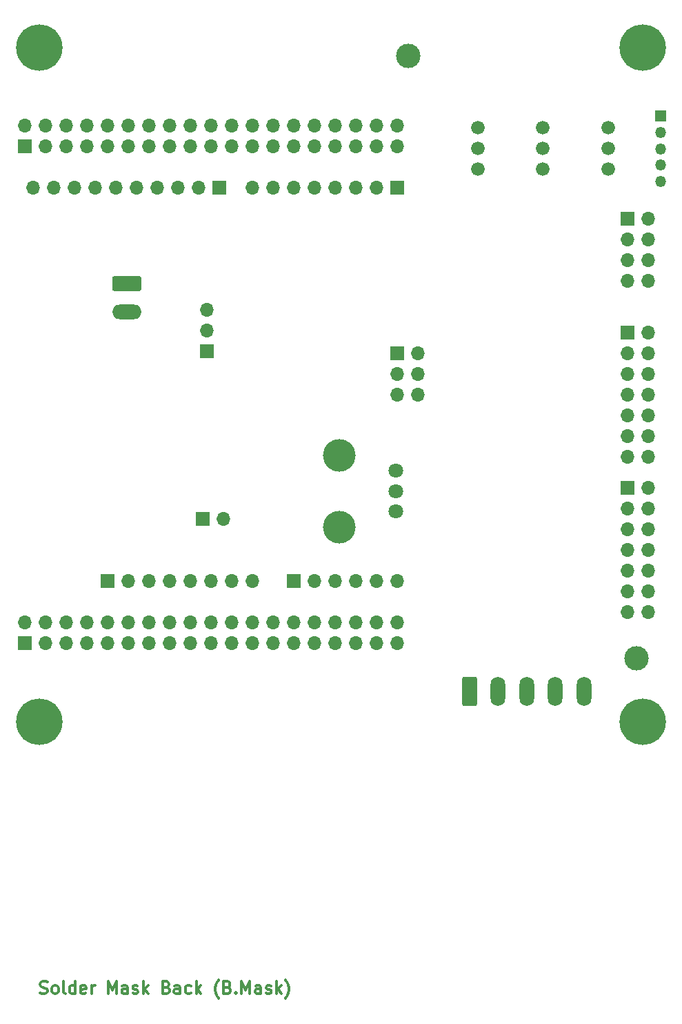
<source format=gbr>
G04 #@! TF.GenerationSoftware,KiCad,Pcbnew,9.0.3*
G04 #@! TF.CreationDate,2026-02-18T15:21:07+00:00*
G04 #@! TF.ProjectId,nevb_mtr1_c_1,6e657662-5f6d-4747-9231-5f635f312e6b,01*
G04 #@! TF.SameCoordinates,Original*
G04 #@! TF.FileFunction,Soldermask,Bot*
G04 #@! TF.FilePolarity,Negative*
%FSLAX46Y46*%
G04 Gerber Fmt 4.6, Leading zero omitted, Abs format (unit mm)*
G04 Created by KiCad (PCBNEW 9.0.3) date 2026-02-18 15:21:07*
%MOMM*%
%LPD*%
G01*
G04 APERTURE LIST*
G04 Aperture macros list*
%AMRoundRect*
0 Rectangle with rounded corners*
0 $1 Rounding radius*
0 $2 $3 $4 $5 $6 $7 $8 $9 X,Y pos of 4 corners*
0 Add a 4 corners polygon primitive as box body*
4,1,4,$2,$3,$4,$5,$6,$7,$8,$9,$2,$3,0*
0 Add four circle primitives for the rounded corners*
1,1,$1+$1,$2,$3*
1,1,$1+$1,$4,$5*
1,1,$1+$1,$6,$7*
1,1,$1+$1,$8,$9*
0 Add four rect primitives between the rounded corners*
20,1,$1+$1,$2,$3,$4,$5,0*
20,1,$1+$1,$4,$5,$6,$7,0*
20,1,$1+$1,$6,$7,$8,$9,0*
20,1,$1+$1,$8,$9,$2,$3,0*%
G04 Aperture macros list end*
%ADD10C,0.300000*%
%ADD11C,1.676400*%
%ADD12C,5.700000*%
%ADD13R,1.700000X1.700000*%
%ADD14O,1.700000X1.700000*%
%ADD15RoundRect,0.250000X-1.550000X0.650000X-1.550000X-0.650000X1.550000X-0.650000X1.550000X0.650000X0*%
%ADD16O,3.600000X1.800000*%
%ADD17C,3.000000*%
%ADD18RoundRect,0.250000X-0.650000X-1.550000X0.650000X-1.550000X0.650000X1.550000X-0.650000X1.550000X0*%
%ADD19O,1.800000X3.600000*%
%ADD20C,4.000000*%
%ADD21C,1.800000*%
%ADD22R,1.350000X1.350000*%
%ADD23O,1.350000X1.350000*%
G04 APERTURE END LIST*
D10*
X60935082Y-157209400D02*
X61149368Y-157280828D01*
X61149368Y-157280828D02*
X61506510Y-157280828D01*
X61506510Y-157280828D02*
X61649368Y-157209400D01*
X61649368Y-157209400D02*
X61720796Y-157137971D01*
X61720796Y-157137971D02*
X61792225Y-156995114D01*
X61792225Y-156995114D02*
X61792225Y-156852257D01*
X61792225Y-156852257D02*
X61720796Y-156709400D01*
X61720796Y-156709400D02*
X61649368Y-156637971D01*
X61649368Y-156637971D02*
X61506510Y-156566542D01*
X61506510Y-156566542D02*
X61220796Y-156495114D01*
X61220796Y-156495114D02*
X61077939Y-156423685D01*
X61077939Y-156423685D02*
X61006510Y-156352257D01*
X61006510Y-156352257D02*
X60935082Y-156209400D01*
X60935082Y-156209400D02*
X60935082Y-156066542D01*
X60935082Y-156066542D02*
X61006510Y-155923685D01*
X61006510Y-155923685D02*
X61077939Y-155852257D01*
X61077939Y-155852257D02*
X61220796Y-155780828D01*
X61220796Y-155780828D02*
X61577939Y-155780828D01*
X61577939Y-155780828D02*
X61792225Y-155852257D01*
X62649367Y-157280828D02*
X62506510Y-157209400D01*
X62506510Y-157209400D02*
X62435081Y-157137971D01*
X62435081Y-157137971D02*
X62363653Y-156995114D01*
X62363653Y-156995114D02*
X62363653Y-156566542D01*
X62363653Y-156566542D02*
X62435081Y-156423685D01*
X62435081Y-156423685D02*
X62506510Y-156352257D01*
X62506510Y-156352257D02*
X62649367Y-156280828D01*
X62649367Y-156280828D02*
X62863653Y-156280828D01*
X62863653Y-156280828D02*
X63006510Y-156352257D01*
X63006510Y-156352257D02*
X63077939Y-156423685D01*
X63077939Y-156423685D02*
X63149367Y-156566542D01*
X63149367Y-156566542D02*
X63149367Y-156995114D01*
X63149367Y-156995114D02*
X63077939Y-157137971D01*
X63077939Y-157137971D02*
X63006510Y-157209400D01*
X63006510Y-157209400D02*
X62863653Y-157280828D01*
X62863653Y-157280828D02*
X62649367Y-157280828D01*
X64006510Y-157280828D02*
X63863653Y-157209400D01*
X63863653Y-157209400D02*
X63792224Y-157066542D01*
X63792224Y-157066542D02*
X63792224Y-155780828D01*
X65220796Y-157280828D02*
X65220796Y-155780828D01*
X65220796Y-157209400D02*
X65077938Y-157280828D01*
X65077938Y-157280828D02*
X64792224Y-157280828D01*
X64792224Y-157280828D02*
X64649367Y-157209400D01*
X64649367Y-157209400D02*
X64577938Y-157137971D01*
X64577938Y-157137971D02*
X64506510Y-156995114D01*
X64506510Y-156995114D02*
X64506510Y-156566542D01*
X64506510Y-156566542D02*
X64577938Y-156423685D01*
X64577938Y-156423685D02*
X64649367Y-156352257D01*
X64649367Y-156352257D02*
X64792224Y-156280828D01*
X64792224Y-156280828D02*
X65077938Y-156280828D01*
X65077938Y-156280828D02*
X65220796Y-156352257D01*
X66506510Y-157209400D02*
X66363653Y-157280828D01*
X66363653Y-157280828D02*
X66077939Y-157280828D01*
X66077939Y-157280828D02*
X65935081Y-157209400D01*
X65935081Y-157209400D02*
X65863653Y-157066542D01*
X65863653Y-157066542D02*
X65863653Y-156495114D01*
X65863653Y-156495114D02*
X65935081Y-156352257D01*
X65935081Y-156352257D02*
X66077939Y-156280828D01*
X66077939Y-156280828D02*
X66363653Y-156280828D01*
X66363653Y-156280828D02*
X66506510Y-156352257D01*
X66506510Y-156352257D02*
X66577939Y-156495114D01*
X66577939Y-156495114D02*
X66577939Y-156637971D01*
X66577939Y-156637971D02*
X65863653Y-156780828D01*
X67220795Y-157280828D02*
X67220795Y-156280828D01*
X67220795Y-156566542D02*
X67292224Y-156423685D01*
X67292224Y-156423685D02*
X67363653Y-156352257D01*
X67363653Y-156352257D02*
X67506510Y-156280828D01*
X67506510Y-156280828D02*
X67649367Y-156280828D01*
X69292223Y-157280828D02*
X69292223Y-155780828D01*
X69292223Y-155780828D02*
X69792223Y-156852257D01*
X69792223Y-156852257D02*
X70292223Y-155780828D01*
X70292223Y-155780828D02*
X70292223Y-157280828D01*
X71649367Y-157280828D02*
X71649367Y-156495114D01*
X71649367Y-156495114D02*
X71577938Y-156352257D01*
X71577938Y-156352257D02*
X71435081Y-156280828D01*
X71435081Y-156280828D02*
X71149367Y-156280828D01*
X71149367Y-156280828D02*
X71006509Y-156352257D01*
X71649367Y-157209400D02*
X71506509Y-157280828D01*
X71506509Y-157280828D02*
X71149367Y-157280828D01*
X71149367Y-157280828D02*
X71006509Y-157209400D01*
X71006509Y-157209400D02*
X70935081Y-157066542D01*
X70935081Y-157066542D02*
X70935081Y-156923685D01*
X70935081Y-156923685D02*
X71006509Y-156780828D01*
X71006509Y-156780828D02*
X71149367Y-156709400D01*
X71149367Y-156709400D02*
X71506509Y-156709400D01*
X71506509Y-156709400D02*
X71649367Y-156637971D01*
X72292224Y-157209400D02*
X72435081Y-157280828D01*
X72435081Y-157280828D02*
X72720795Y-157280828D01*
X72720795Y-157280828D02*
X72863652Y-157209400D01*
X72863652Y-157209400D02*
X72935081Y-157066542D01*
X72935081Y-157066542D02*
X72935081Y-156995114D01*
X72935081Y-156995114D02*
X72863652Y-156852257D01*
X72863652Y-156852257D02*
X72720795Y-156780828D01*
X72720795Y-156780828D02*
X72506510Y-156780828D01*
X72506510Y-156780828D02*
X72363652Y-156709400D01*
X72363652Y-156709400D02*
X72292224Y-156566542D01*
X72292224Y-156566542D02*
X72292224Y-156495114D01*
X72292224Y-156495114D02*
X72363652Y-156352257D01*
X72363652Y-156352257D02*
X72506510Y-156280828D01*
X72506510Y-156280828D02*
X72720795Y-156280828D01*
X72720795Y-156280828D02*
X72863652Y-156352257D01*
X73577938Y-157280828D02*
X73577938Y-155780828D01*
X73720796Y-156709400D02*
X74149367Y-157280828D01*
X74149367Y-156280828D02*
X73577938Y-156852257D01*
X76435081Y-156495114D02*
X76649367Y-156566542D01*
X76649367Y-156566542D02*
X76720796Y-156637971D01*
X76720796Y-156637971D02*
X76792224Y-156780828D01*
X76792224Y-156780828D02*
X76792224Y-156995114D01*
X76792224Y-156995114D02*
X76720796Y-157137971D01*
X76720796Y-157137971D02*
X76649367Y-157209400D01*
X76649367Y-157209400D02*
X76506510Y-157280828D01*
X76506510Y-157280828D02*
X75935081Y-157280828D01*
X75935081Y-157280828D02*
X75935081Y-155780828D01*
X75935081Y-155780828D02*
X76435081Y-155780828D01*
X76435081Y-155780828D02*
X76577939Y-155852257D01*
X76577939Y-155852257D02*
X76649367Y-155923685D01*
X76649367Y-155923685D02*
X76720796Y-156066542D01*
X76720796Y-156066542D02*
X76720796Y-156209400D01*
X76720796Y-156209400D02*
X76649367Y-156352257D01*
X76649367Y-156352257D02*
X76577939Y-156423685D01*
X76577939Y-156423685D02*
X76435081Y-156495114D01*
X76435081Y-156495114D02*
X75935081Y-156495114D01*
X78077939Y-157280828D02*
X78077939Y-156495114D01*
X78077939Y-156495114D02*
X78006510Y-156352257D01*
X78006510Y-156352257D02*
X77863653Y-156280828D01*
X77863653Y-156280828D02*
X77577939Y-156280828D01*
X77577939Y-156280828D02*
X77435081Y-156352257D01*
X78077939Y-157209400D02*
X77935081Y-157280828D01*
X77935081Y-157280828D02*
X77577939Y-157280828D01*
X77577939Y-157280828D02*
X77435081Y-157209400D01*
X77435081Y-157209400D02*
X77363653Y-157066542D01*
X77363653Y-157066542D02*
X77363653Y-156923685D01*
X77363653Y-156923685D02*
X77435081Y-156780828D01*
X77435081Y-156780828D02*
X77577939Y-156709400D01*
X77577939Y-156709400D02*
X77935081Y-156709400D01*
X77935081Y-156709400D02*
X78077939Y-156637971D01*
X79435082Y-157209400D02*
X79292224Y-157280828D01*
X79292224Y-157280828D02*
X79006510Y-157280828D01*
X79006510Y-157280828D02*
X78863653Y-157209400D01*
X78863653Y-157209400D02*
X78792224Y-157137971D01*
X78792224Y-157137971D02*
X78720796Y-156995114D01*
X78720796Y-156995114D02*
X78720796Y-156566542D01*
X78720796Y-156566542D02*
X78792224Y-156423685D01*
X78792224Y-156423685D02*
X78863653Y-156352257D01*
X78863653Y-156352257D02*
X79006510Y-156280828D01*
X79006510Y-156280828D02*
X79292224Y-156280828D01*
X79292224Y-156280828D02*
X79435082Y-156352257D01*
X80077938Y-157280828D02*
X80077938Y-155780828D01*
X80220796Y-156709400D02*
X80649367Y-157280828D01*
X80649367Y-156280828D02*
X80077938Y-156852257D01*
X82863653Y-157852257D02*
X82792224Y-157780828D01*
X82792224Y-157780828D02*
X82649367Y-157566542D01*
X82649367Y-157566542D02*
X82577939Y-157423685D01*
X82577939Y-157423685D02*
X82506510Y-157209400D01*
X82506510Y-157209400D02*
X82435081Y-156852257D01*
X82435081Y-156852257D02*
X82435081Y-156566542D01*
X82435081Y-156566542D02*
X82506510Y-156209400D01*
X82506510Y-156209400D02*
X82577939Y-155995114D01*
X82577939Y-155995114D02*
X82649367Y-155852257D01*
X82649367Y-155852257D02*
X82792224Y-155637971D01*
X82792224Y-155637971D02*
X82863653Y-155566542D01*
X83935081Y-156495114D02*
X84149367Y-156566542D01*
X84149367Y-156566542D02*
X84220796Y-156637971D01*
X84220796Y-156637971D02*
X84292224Y-156780828D01*
X84292224Y-156780828D02*
X84292224Y-156995114D01*
X84292224Y-156995114D02*
X84220796Y-157137971D01*
X84220796Y-157137971D02*
X84149367Y-157209400D01*
X84149367Y-157209400D02*
X84006510Y-157280828D01*
X84006510Y-157280828D02*
X83435081Y-157280828D01*
X83435081Y-157280828D02*
X83435081Y-155780828D01*
X83435081Y-155780828D02*
X83935081Y-155780828D01*
X83935081Y-155780828D02*
X84077939Y-155852257D01*
X84077939Y-155852257D02*
X84149367Y-155923685D01*
X84149367Y-155923685D02*
X84220796Y-156066542D01*
X84220796Y-156066542D02*
X84220796Y-156209400D01*
X84220796Y-156209400D02*
X84149367Y-156352257D01*
X84149367Y-156352257D02*
X84077939Y-156423685D01*
X84077939Y-156423685D02*
X83935081Y-156495114D01*
X83935081Y-156495114D02*
X83435081Y-156495114D01*
X84935081Y-157137971D02*
X85006510Y-157209400D01*
X85006510Y-157209400D02*
X84935081Y-157280828D01*
X84935081Y-157280828D02*
X84863653Y-157209400D01*
X84863653Y-157209400D02*
X84935081Y-157137971D01*
X84935081Y-157137971D02*
X84935081Y-157280828D01*
X85649367Y-157280828D02*
X85649367Y-155780828D01*
X85649367Y-155780828D02*
X86149367Y-156852257D01*
X86149367Y-156852257D02*
X86649367Y-155780828D01*
X86649367Y-155780828D02*
X86649367Y-157280828D01*
X88006511Y-157280828D02*
X88006511Y-156495114D01*
X88006511Y-156495114D02*
X87935082Y-156352257D01*
X87935082Y-156352257D02*
X87792225Y-156280828D01*
X87792225Y-156280828D02*
X87506511Y-156280828D01*
X87506511Y-156280828D02*
X87363653Y-156352257D01*
X88006511Y-157209400D02*
X87863653Y-157280828D01*
X87863653Y-157280828D02*
X87506511Y-157280828D01*
X87506511Y-157280828D02*
X87363653Y-157209400D01*
X87363653Y-157209400D02*
X87292225Y-157066542D01*
X87292225Y-157066542D02*
X87292225Y-156923685D01*
X87292225Y-156923685D02*
X87363653Y-156780828D01*
X87363653Y-156780828D02*
X87506511Y-156709400D01*
X87506511Y-156709400D02*
X87863653Y-156709400D01*
X87863653Y-156709400D02*
X88006511Y-156637971D01*
X88649368Y-157209400D02*
X88792225Y-157280828D01*
X88792225Y-157280828D02*
X89077939Y-157280828D01*
X89077939Y-157280828D02*
X89220796Y-157209400D01*
X89220796Y-157209400D02*
X89292225Y-157066542D01*
X89292225Y-157066542D02*
X89292225Y-156995114D01*
X89292225Y-156995114D02*
X89220796Y-156852257D01*
X89220796Y-156852257D02*
X89077939Y-156780828D01*
X89077939Y-156780828D02*
X88863654Y-156780828D01*
X88863654Y-156780828D02*
X88720796Y-156709400D01*
X88720796Y-156709400D02*
X88649368Y-156566542D01*
X88649368Y-156566542D02*
X88649368Y-156495114D01*
X88649368Y-156495114D02*
X88720796Y-156352257D01*
X88720796Y-156352257D02*
X88863654Y-156280828D01*
X88863654Y-156280828D02*
X89077939Y-156280828D01*
X89077939Y-156280828D02*
X89220796Y-156352257D01*
X89935082Y-157280828D02*
X89935082Y-155780828D01*
X90077940Y-156709400D02*
X90506511Y-157280828D01*
X90506511Y-156280828D02*
X89935082Y-156852257D01*
X91006511Y-157852257D02*
X91077940Y-157780828D01*
X91077940Y-157780828D02*
X91220797Y-157566542D01*
X91220797Y-157566542D02*
X91292226Y-157423685D01*
X91292226Y-157423685D02*
X91363654Y-157209400D01*
X91363654Y-157209400D02*
X91435083Y-156852257D01*
X91435083Y-156852257D02*
X91435083Y-156566542D01*
X91435083Y-156566542D02*
X91363654Y-156209400D01*
X91363654Y-156209400D02*
X91292226Y-155995114D01*
X91292226Y-155995114D02*
X91220797Y-155852257D01*
X91220797Y-155852257D02*
X91077940Y-155637971D01*
X91077940Y-155637971D02*
X91006511Y-155566542D01*
D11*
X122634000Y-56134000D03*
X122634000Y-53594000D03*
X122634000Y-51054000D03*
X114633000Y-56134000D03*
X114633000Y-53594000D03*
X114633000Y-51054000D03*
X130635000Y-56134000D03*
X130635000Y-53594000D03*
X130635000Y-51054000D03*
D12*
X60833000Y-41180000D03*
D13*
X82931000Y-58420000D03*
D14*
X80391000Y-58420000D03*
X77851000Y-58420000D03*
X75311000Y-58420000D03*
X72771000Y-58420000D03*
X70231000Y-58420000D03*
X67691000Y-58420000D03*
X65151000Y-58420000D03*
X62611000Y-58420000D03*
X60071000Y-58420000D03*
D12*
X60833000Y-123920000D03*
D15*
X71604000Y-70114000D03*
D16*
X71604000Y-73614000D03*
D17*
X106121000Y-42180000D03*
D18*
X113659000Y-120181500D03*
D19*
X117159000Y-120181500D03*
X120659000Y-120181500D03*
X124159000Y-120181500D03*
X127659000Y-120181500D03*
D13*
X133073000Y-76146000D03*
D14*
X135613000Y-76146000D03*
X133073000Y-78686000D03*
X135613000Y-78686000D03*
X133073000Y-81226000D03*
X135613000Y-81226000D03*
X133073000Y-83766000D03*
X135613000Y-83766000D03*
X133073000Y-86306000D03*
X135613000Y-86306000D03*
X133073000Y-88846000D03*
X135613000Y-88846000D03*
X133073000Y-91386000D03*
X135613000Y-91386000D03*
D20*
X97604000Y-100014000D03*
X97604000Y-91214000D03*
D21*
X104604000Y-93114000D03*
X104604000Y-95614000D03*
X104604000Y-98114000D03*
D13*
X104775000Y-58420000D03*
D14*
X102235000Y-58420000D03*
X99695000Y-58420000D03*
X97155000Y-58420000D03*
X94615000Y-58420000D03*
X92075000Y-58420000D03*
X89535000Y-58420000D03*
X86995000Y-58420000D03*
D12*
X134897000Y-41180000D03*
X134897000Y-123920000D03*
D13*
X69215000Y-106680000D03*
D14*
X71755000Y-106680000D03*
X74295000Y-106680000D03*
X76835000Y-106680000D03*
X79375000Y-106680000D03*
X81915000Y-106680000D03*
X84455000Y-106680000D03*
X86995000Y-106680000D03*
D17*
X134104000Y-116114000D03*
D13*
X92075000Y-106680000D03*
D14*
X94615000Y-106680000D03*
X97155000Y-106680000D03*
X99695000Y-106680000D03*
X102235000Y-106680000D03*
X104775000Y-106680000D03*
D13*
X80899000Y-99060000D03*
D14*
X83439000Y-99060000D03*
D13*
X133073000Y-62176000D03*
D14*
X135613000Y-62176000D03*
X133073000Y-64716000D03*
X135613000Y-64716000D03*
X133073000Y-67256000D03*
X135613000Y-67256000D03*
X133073000Y-69796000D03*
X135613000Y-69796000D03*
D13*
X133073000Y-95196000D03*
D14*
X135613000Y-95196000D03*
X133073000Y-97736000D03*
X135613000Y-97736000D03*
X133073000Y-100276000D03*
X135613000Y-100276000D03*
X133073000Y-102816000D03*
X135613000Y-102816000D03*
X133073000Y-105356000D03*
X135613000Y-105356000D03*
X133073000Y-107896000D03*
X135613000Y-107896000D03*
X133073000Y-110436000D03*
X135613000Y-110436000D03*
D13*
X81354000Y-78419000D03*
D14*
X81354000Y-75879000D03*
X81354000Y-73339000D03*
D13*
X59055000Y-53340000D03*
D14*
X59055000Y-50800000D03*
X61595000Y-53340000D03*
X61595000Y-50800000D03*
X64135000Y-53340000D03*
X64135000Y-50800000D03*
X66675000Y-53340000D03*
X66675000Y-50800000D03*
X69215000Y-53340000D03*
X69215000Y-50800000D03*
X71755000Y-53340000D03*
X71755000Y-50800000D03*
X74295000Y-53340000D03*
X74295000Y-50800000D03*
X76835000Y-53340000D03*
X76835000Y-50800000D03*
X79375000Y-53340000D03*
X79375000Y-50800000D03*
X81915000Y-53340000D03*
X81915000Y-50800000D03*
X84455000Y-53340000D03*
X84455000Y-50800000D03*
X86995000Y-53340000D03*
X86995000Y-50800000D03*
X89535000Y-53340000D03*
X89535000Y-50800000D03*
X92075000Y-53340000D03*
X92075000Y-50800000D03*
X94615000Y-53340000D03*
X94615000Y-50800000D03*
X97155000Y-53340000D03*
X97155000Y-50800000D03*
X99695000Y-53340000D03*
X99695000Y-50800000D03*
X102235000Y-53340000D03*
X102235000Y-50800000D03*
X104775000Y-53340000D03*
X104775000Y-50800000D03*
D13*
X59055000Y-114300000D03*
D14*
X59055000Y-111760000D03*
X61595000Y-114300000D03*
X61595000Y-111760000D03*
X64135000Y-114300000D03*
X64135000Y-111760000D03*
X66675000Y-114300000D03*
X66675000Y-111760000D03*
X69215000Y-114300000D03*
X69215000Y-111760000D03*
X71755000Y-114300000D03*
X71755000Y-111760000D03*
X74295000Y-114300000D03*
X74295000Y-111760000D03*
X76835000Y-114300000D03*
X76835000Y-111760000D03*
X79375000Y-114300000D03*
X79375000Y-111760000D03*
X81915000Y-114300000D03*
X81915000Y-111760000D03*
X84455000Y-114300000D03*
X84455000Y-111760000D03*
X86995000Y-114300000D03*
X86995000Y-111760000D03*
X89535000Y-114300000D03*
X89535000Y-111760000D03*
X92075000Y-114300000D03*
X92075000Y-111760000D03*
X94615000Y-114300000D03*
X94615000Y-111760000D03*
X97155000Y-114300000D03*
X97155000Y-111760000D03*
X99695000Y-114300000D03*
X99695000Y-111760000D03*
X102235000Y-114300000D03*
X102235000Y-111760000D03*
X104775000Y-114300000D03*
X104775000Y-111760000D03*
D22*
X137104000Y-49614000D03*
D23*
X137104000Y-51614000D03*
X137104000Y-53614000D03*
X137104000Y-55614000D03*
X137104000Y-57614000D03*
D13*
X104775000Y-78740000D03*
D14*
X107315000Y-78740000D03*
X104775000Y-81280000D03*
X107315000Y-81280000D03*
X104775000Y-83820000D03*
X107315000Y-83820000D03*
M02*

</source>
